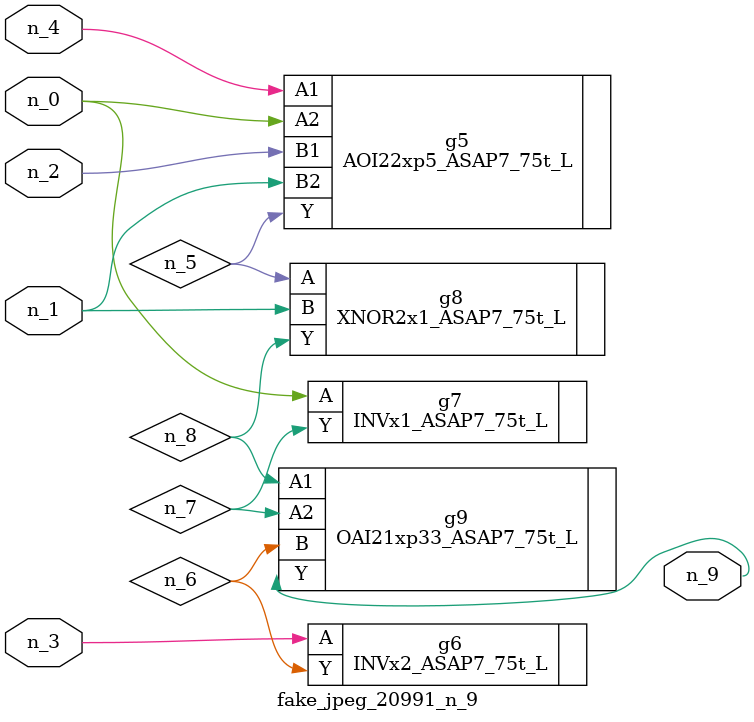
<source format=v>
module fake_jpeg_20991_n_9 (n_3, n_2, n_1, n_0, n_4, n_9);

input n_3;
input n_2;
input n_1;
input n_0;
input n_4;

output n_9;

wire n_8;
wire n_6;
wire n_5;
wire n_7;

AOI22xp5_ASAP7_75t_L g5 ( 
.A1(n_4),
.A2(n_0),
.B1(n_2),
.B2(n_1),
.Y(n_5)
);

INVx2_ASAP7_75t_L g6 ( 
.A(n_3),
.Y(n_6)
);

INVx1_ASAP7_75t_L g7 ( 
.A(n_0),
.Y(n_7)
);

XNOR2x1_ASAP7_75t_L g8 ( 
.A(n_5),
.B(n_1),
.Y(n_8)
);

OAI21xp33_ASAP7_75t_L g9 ( 
.A1(n_8),
.A2(n_7),
.B(n_6),
.Y(n_9)
);


endmodule
</source>
